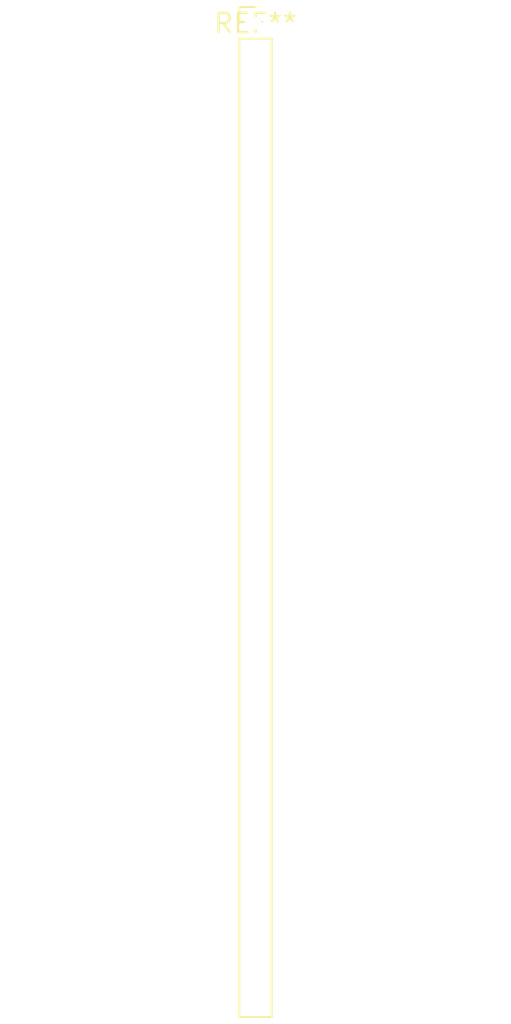
<source format=kicad_pcb>
(kicad_pcb (version 20240108) (generator pcbnew)
  (layers (0 "F.Cu" signal) (31 "B.Cu" signal) (34 "B.Paste" user) (35 "F.Paste" user) (36 "B.SilkS" user "B.Silkscreen") (37 "F.SilkS" user "F.Silkscreen") (38 "B.Mask" user) (39 "F.Mask" user) (44 "Edge.Cuts" user))
  (net 0 "")
  (footprint "PinHeader_1x33_P2.00mm_Vertical" (layer "F.Cu") (at 0 0)
    (property "Reference" "REF**")
    (property "Value" "PinHeader_1x33_P2.00mm_Vertical")
    (fp_line (start -1.06 -1.06) (end 0 -1.06) (layer "F.SilkS") (stroke (width 0.12)))
    (fp_line (start -1.06 0) (end -1.06 -1.06) (layer "F.SilkS") (stroke (width 0.12)))
    (fp_line (start -1.06 1) (end -1.06 65.06) (layer "F.SilkS") (stroke (width 0.12)))
    (fp_line (start -1.06 1) (end 1.06 1) (layer "F.SilkS") (stroke (width 0.12)))
    (fp_line (start -1.06 65.06) (end 1.06 65.06) (layer "F.SilkS") (stroke (width 0.12)))
    (fp_line (start 1.06 1) (end 1.06 65.06) (layer "F.SilkS") (stroke (width 0.12)))
    (pad "1" thru_hole rect (at 0 0) (size 1.35 1.35) (drill 0.8) (layers *.Cu *.Mask) (remove_unused_layers))
    (pad "2" thru_hole oval (at 0 2) (size 1.35 1.35) (drill 0.8) (layers *.Cu *.Mask) (remove_unused_layers))
    (pad "3" thru_hole oval (at 0 4) (size 1.35 1.35) (drill 0.8) (layers *.Cu *.Mask) (remove_unused_layers))
    (pad "4" thru_hole oval (at 0 6) (size 1.35 1.35) (drill 0.8) (layers *.Cu *.Mask) (remove_unused_layers))
    (pad "5" thru_hole oval (at 0 8) (size 1.35 1.35) (drill 0.8) (layers *.Cu *.Mask) (remove_unused_layers))
    (pad "6" thru_hole oval (at 0 10) (size 1.35 1.35) (drill 0.8) (layers *.Cu *.Mask) (remove_unused_layers))
    (pad "7" thru_hole oval (at 0 12) (size 1.35 1.35) (drill 0.8) (layers *.Cu *.Mask) (remove_unused_layers))
    (pad "8" thru_hole oval (at 0 14) (size 1.35 1.35) (drill 0.8) (layers *.Cu *.Mask) (remove_unused_layers))
    (pad "9" thru_hole oval (at 0 16) (size 1.35 1.35) (drill 0.8) (layers *.Cu *.Mask) (remove_unused_layers))
    (pad "10" thru_hole oval (at 0 18) (size 1.35 1.35) (drill 0.8) (layers *.Cu *.Mask) (remove_unused_layers))
    (pad "11" thru_hole oval (at 0 20) (size 1.35 1.35) (drill 0.8) (layers *.Cu *.Mask) (remove_unused_layers))
    (pad "12" thru_hole oval (at 0 22) (size 1.35 1.35) (drill 0.8) (layers *.Cu *.Mask) (remove_unused_layers))
    (pad "13" thru_hole oval (at 0 24) (size 1.35 1.35) (drill 0.8) (layers *.Cu *.Mask) (remove_unused_layers))
    (pad "14" thru_hole oval (at 0 26) (size 1.35 1.35) (drill 0.8) (layers *.Cu *.Mask) (remove_unused_layers))
    (pad "15" thru_hole oval (at 0 28) (size 1.35 1.35) (drill 0.8) (layers *.Cu *.Mask) (remove_unused_layers))
    (pad "16" thru_hole oval (at 0 30) (size 1.35 1.35) (drill 0.8) (layers *.Cu *.Mask) (remove_unused_layers))
    (pad "17" thru_hole oval (at 0 32) (size 1.35 1.35) (drill 0.8) (layers *.Cu *.Mask) (remove_unused_layers))
    (pad "18" thru_hole oval (at 0 34) (size 1.35 1.35) (drill 0.8) (layers *.Cu *.Mask) (remove_unused_layers))
    (pad "19" thru_hole oval (at 0 36) (size 1.35 1.35) (drill 0.8) (layers *.Cu *.Mask) (remove_unused_layers))
    (pad "20" thru_hole oval (at 0 38) (size 1.35 1.35) (drill 0.8) (layers *.Cu *.Mask) (remove_unused_layers))
    (pad "21" thru_hole oval (at 0 40) (size 1.35 1.35) (drill 0.8) (layers *.Cu *.Mask) (remove_unused_layers))
    (pad "22" thru_hole oval (at 0 42) (size 1.35 1.35) (drill 0.8) (layers *.Cu *.Mask) (remove_unused_layers))
    (pad "23" thru_hole oval (at 0 44) (size 1.35 1.35) (drill 0.8) (layers *.Cu *.Mask) (remove_unused_layers))
    (pad "24" thru_hole oval (at 0 46) (size 1.35 1.35) (drill 0.8) (layers *.Cu *.Mask) (remove_unused_layers))
    (pad "25" thru_hole oval (at 0 48) (size 1.35 1.35) (drill 0.8) (layers *.Cu *.Mask) (remove_unused_layers))
    (pad "26" thru_hole oval (at 0 50) (size 1.35 1.35) (drill 0.8) (layers *.Cu *.Mask) (remove_unused_layers))
    (pad "27" thru_hole oval (at 0 52) (size 1.35 1.35) (drill 0.8) (layers *.Cu *.Mask) (remove_unused_layers))
    (pad "28" thru_hole oval (at 0 54) (size 1.35 1.35) (drill 0.8) (layers *.Cu *.Mask) (remove_unused_layers))
    (pad "29" thru_hole oval (at 0 56) (size 1.35 1.35) (drill 0.8) (layers *.Cu *.Mask) (remove_unused_layers))
    (pad "30" thru_hole oval (at 0 58) (size 1.35 1.35) (drill 0.8) (layers *.Cu *.Mask) (remove_unused_layers))
    (pad "31" thru_hole oval (at 0 60) (size 1.35 1.35) (drill 0.8) (layers *.Cu *.Mask) (remove_unused_layers))
    (pad "32" thru_hole oval (at 0 62) (size 1.35 1.35) (drill 0.8) (layers *.Cu *.Mask) (remove_unused_layers))
    (pad "33" thru_hole oval (at 0 64) (size 1.35 1.35) (drill 0.8) (layers *.Cu *.Mask) (remove_unused_layers))
  )
)
</source>
